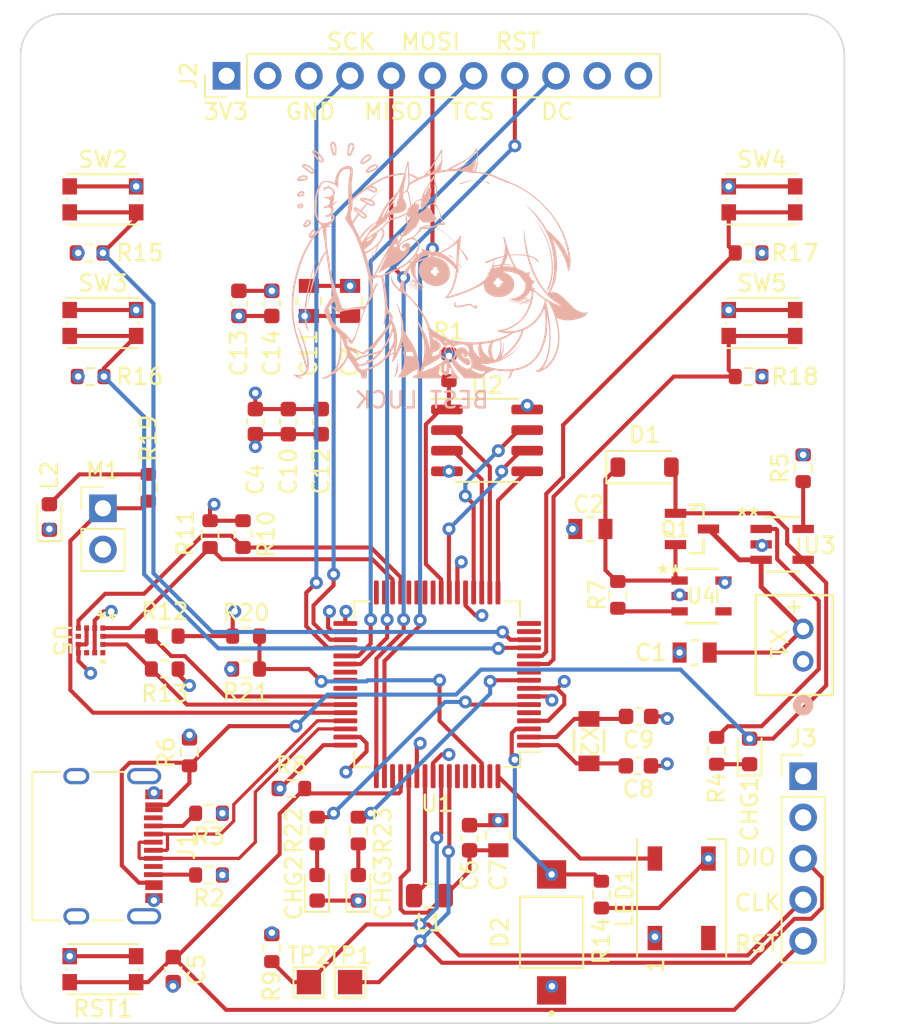
<source format=kicad_pcb>
(kicad_pcb (version 20221018) (generator pcbnew)
  (layers (0 "F.Cu" signal) (1 "In1.Cu" power) (2 "In2.Cu" power) (31 "B.Cu" signal) (34 "B.Paste" user) (35 "F.Paste" user) (36 "B.SilkS" user "B.Silkscreen") (37 "F.SilkS" user "F.Silkscreen") (38 "B.Mask" user) (39 "F.Mask" user) (44 "Edge.Cuts" user))
  (net 0 "")
  (net 1 "VBAT")
  (net 2 "GND")
  (net 3 "Net-(D1-C)")
  (net 4 "+3V3")
  (net 5 "/SAMD_51/~{RESET}")
  (net 6 "Net-(U1-VDDCORE)")
  (net 7 "Net-(U1-PA00)")
  (net 8 "Net-(U1-PA01)")
  (net 9 "VBUS")
  (net 10 "Net-(CHG1-C)")
  (net 11 "/Module/LED1")
  (net 12 "/Module/LED2")
  (net 13 "/Module/Pht")
  (net 14 "Net-(J1-CC1)")
  (net 15 "/SAMD_51/D+")
  (net 16 "/SAMD_51/D-")
  (net 18 "Net-(J1-CC2)")
  (net 21 "/Module/SCK")
  (net 22 "/Module/MISO")
  (net 23 "/Module/MOSI")
  (net 24 "/Module/TCS")
  (net 25 "/Module/RST")
  (net 26 "/Module/DC")
  (net 29 "/SAMD_51/SWDIO")
  (net 30 "/SAMD_51/SWCLK")
  (net 31 "Net-(U1-VSW)")
  (net 32 "Net-(L2-A)")
  (net 34 "/SAMD_51/D8_NEOPIX")
  (net 35 "/Module/Vib")
  (net 36 "/SAMD_51/FLASH_CS")
  (net 37 "Net-(U3-STAT)")
  (net 38 "Net-(U3-PROG)")
  (net 39 "/SAMD_51/EN")
  (net 40 "/Module/SDA")
  (net 41 "/Module/SCL")
  (net 42 "/Module/INTN1")
  (net 43 "/Module/INTN2")
  (net 44 "/Module/S1")
  (net 45 "/Module/S2")
  (net 46 "/Module/S3")
  (net 47 "/Module/S4")
  (net 48 "/SAMD_51/V_DIV")
  (net 53 "/SAMD_51/FLASH_D0")
  (net 54 "/SAMD_51/FLASH_D1")
  (net 55 "/SAMD_51/FLASH_D2")
  (net 56 "/SAMD_51/FLASH_D3")
  (net 57 "/SAMD_51/FLASH_SCK")
  (net 76 "Net-(CHG2-A)")
  (net 77 "Net-(CHG3-A)")
  (footprint "Resistor_SMD:R_0603_1608Metric" (layer "F.Cu") (at 173.228 155.753 90)
    (fp_text reference "R23")
    (fp_text value "10K")
  )
  (footprint "MC3479:SOT95P240X105-3N" (layer "F.Cu") (at 193.802 137.16)
    (fp_text reference "Q1")
    (fp_text value "DMG3415")
  )
  (footprint "Capacitor_SMD:C_0805_2012Metric" (layer "F.Cu") (at 177.612 159.766 180)
    (fp_text reference "L1")
    (fp_text value "10uH")
  )
  (footprint "Capacitor_SMD:C_0603_1608Metric" (layer "F.Cu") (at 168.91 130.543 90)
    (fp_text reference "C10")
    (fp_text value "1uF")
  )
  (footprint "MC3479:MC3479_MEM" (layer "F.Cu") (at 156.720101 144.029999 -90)
    (fp_text reference "U5")
    (fp_text value "MC3479")
  )
  (footprint "MC3479:G-21_MUR" (layer "F.Cu") (at 193.9671 144.78 180)
    (fp_text reference "C1")
    (fp_text value "10uF")
  )
  (footprint "Resistor_SMD:R_0603_1608Metric" (layer "F.Cu") (at 170.688 155.753 90)
    (fp_text reference "R22")
    (fp_text value "10K")
  )
  (footprint "LED_SMD:LED_0603_1608Metric" (layer "F.Cu") (at 197.358 150.876 90)
    (fp_text reference "CHG1")
    (fp_text value "ORANGE")
  )
  (footprint "Resistor_SMD:R_0603_1608Metric" (layer "F.Cu") (at 160.274 134.62 90)
    (fp_text reference "R19")
    (fp_text value "2.2K")
  )
  (footprint "Connector_PinHeader_2.54mm:PinHeader_1x02_P2.54mm_Vertical" (layer "F.Cu") (at 157.48 135.885)
    (fp_text reference "M1")
    (fp_text value "Motor_DC")
  )
  (footprint "Resistor_SMD:R_0603_1608Metric" (layer "F.Cu") (at 161.29 145.796 180)
    (fp_text reference "R13")
    (fp_text value "4.7K")
  )
  (footprint "Package_SO:SOIC-8_3.9x4.9mm_P1.27mm" (layer "F.Cu") (at 181.167 131.699)
    (fp_text reference "U2")
    (fp_text value "25Q16")
  )
  (footprint "Button_Switch_SMD:SW_Push_1P1T_NO_CK_KMR2" (layer "F.Cu") (at 198.12 116.84)
    (fp_text reference "SW4")
    (fp_text value "~")
  )
  (footprint "Capacitor_SMD:C_0603_1608Metric" (layer "F.Cu") (at 190.513 148.717 180)
    (fp_text reference "C9")
    (fp_text value "22pF")
  )
  (footprint "MC3479:G-21_MUR" (layer "F.Cu") (at 172.72 123.1011 90)
    (fp_text reference "C3")
    (fp_text value "10uF")
  )
  (footprint "Resistor_SMD:R_0603_1608Metric" (layer "F.Cu") (at 166.307 143.764)
    (fp_text reference "R20")
    (fp_text value "100K")
  )
  (footprint "Capacitor_SMD:C_0603_1608Metric" (layer "F.Cu") (at 161.816 164.325 -90)
    (fp_text reference "C5")
    (fp_text value "1uF")
  )
  (footprint "MC3479:SOT-23-5_MC_MCH" (layer "F.Cu") (at 199.3646 138.110001)
    (fp_text reference "U3")
    (fp_text value "MCP73831T-2ACI/OT")
  )
  (footprint "MC3479:XTAL_ECS-31B_ECS" (layer "F.Cu") (at 187.452 150.241 -90)
    (fp_text reference "X2")
    (fp_text value "32.768")
  )
  (footprint "Resistor_SMD:R_0603_1608Metric" (layer "F.Cu") (at 166.116 137.477 -90)
    (fp_text reference "R10")
    (fp_text value "4.7K")
  )
  (footprint "MC3479:G-21_MUR" (layer "F.Cu") (at 187.5409 137.16 180)
    (fp_text reference "C2")
    (fp_text value "10uF")
  )
  (footprint "LED_SMD:LED_WS2812B_PLCC4_5.0x5.0mm_P3.2mm" (layer "F.Cu") (at 193.166 159.93 90)
    (fp_text reference "LED1")
    (fp_text value "~")
  )
  (footprint "Connector_PinHeader_2.54mm:PinHeader_1x11_P2.54mm_Vertical" (layer "F.Cu") (at 165.1 109.22 90)
    (fp_text reference "J2")
    (fp_text value "Conn_01x11")
  )
  (footprint "MC3479:CONN2_B2B-PH-K-S_JST" (layer "F.Cu") (at 200.66 145.319999 -90)
    (fp_text reference "X1")
    (fp_text value "JSTPH")
  )
  (footprint "Resistor_SMD:R_0603_1608Metric" (layer "F.Cu") (at 156.718 127.762 180)
    (fp_text reference "R16")
    (fp_text value "10K")
  )
  (footprint "Resistor_SMD:R_0603_1608Metric" (layer "F.Cu") (at 164.084 137.477 -90)
    (fp_text reference "R11")
    (fp_text value "4.7K")
  )
  (footprint "Capacitor_SMD:C_0603_1608Metric" (layer "F.Cu") (at 166.878 130.543 90)
    (fp_text reference "C4")
    (fp_text value "1uF")
  )
  (footprint "Button_Switch_SMD:SW_Push_1P1T_NO_CK_KMR2" (layer "F.Cu") (at 157.48 164.3 180)
    (fp_text reference "RST1")
    (fp_text value "~")
  )
  (footprint "TestPoint:TestPoint_Pad_1.5x1.5mm" (layer "F.Cu") (at 172.72 165.1)
    (fp_text reference "TP1")
    (fp_text value "TESTPOINTROUND1.5MM" hide)
  )
  (footprint "Resistor_SMD:R_0603_1608Metric" (layer "F.Cu") (at 188.214 159.703 -90)
    (fp_text reference "R14")
    (fp_text value "4.7K")
  )
  (footprint "Resistor_SMD:R_0603_1608Metric" (layer "F.Cu") (at 161.29 143.764 180)
    (fp_text reference "R12")
    (fp_text value "4.7K")
  )
  (footprint "LED_SMD:LED_0603_1608Metric" (layer "F.Cu") (at 154.178 136.4235 90)
    (fp_text reference "L2")
    (fp_text value "RED")
  )
  (footprint "MC3479:SOT_RG1_DIO" (layer "F.Cu") (at 194.39255 141.289999)
    (fp_text reference "U4")
    (fp_text value "AP2112-3.3")
  )
  (footprint "Package_QFP:TQFP-64_10x10mm_P0.5mm" (layer "F.Cu") (at 178.09 146.7375 180)
    (fp_text reference "U1")
    (fp_text value "ATSAMD51J20A-A")
  )
  (footprint "Resistor_SMD:R_0603_1608Metric" (layer "F.Cu") (at 178.816 127.191 -90)
    (fp_text reference "R1")
    (fp_text value "10K")
  )
  (footprint "Resistor_SMD:R_0603_1608Metric" (layer "F.Cu") (at 197.295 127.762)
    (fp_text reference "R18")
    (fp_text value "10K")
  )
  (footprint "Connector_PinHeader_2.54mm:PinHeader_1x05_P2.54mm_Vertical" (layer "F.Cu") (at 200.66 152.4)
    (fp_text reference "J3")
    (fp_text value "Conn_01x05")
  )
  (footprint "Capacitor_SMD:C_0603_1608Metric" (layer "F.Cu") (at 170.942 130.543 90)
    (fp_text reference "C12")
    (fp_text value "1uF")
  )
  (footprint "Diode_SMD:D_SOD-123" (layer "F.Cu") (at 190.882 133.35)
    (fp_text reference "D1")
    (fp_text value "MBR054")
  )
  (footprint "TestPoint:TestPoint_Pad_1.5x1.5mm" (layer "F.Cu") (at 170.18 165.1)
    (fp_text reference "TP2")
    (fp_text value "TESTPOINTROUND1.5MM" hide)
  )
  (footprint "Resistor_SMD:R_0603_1608Metric" (layer "F.Cu") (at 197.295 120.142)
    (fp_text reference "R17")
    (fp_text value "10K")
  )
  (footprint "Button_Switch_SMD:SW_Push_1P1T_NO_CK_KMR2" (layer "F.Cu") (at 157.48 124.46)
    (fp_text reference "SW3")
    (fp_text value "~")
  )
  (footprint "Resistor_SMD:R_0603_1608Metric" (layer "F.Cu") (at 164.021 158.496 180)
    (fp_text reference "R2")
    (fp_text value "5.1K")
  )
  (footprint "Resistor_SMD:R_0603_1608Metric" (layer "F.Cu") (at 164.021 154.686 180)
    (fp_text reference "R3")
    (fp_text value "5.1K")
  )
  (footprint "Resistor_SMD:R_0603_1608Metric" (layer "F.Cu") (at 156.655 120.142 180)
    (fp_text reference "R15")
    (fp_text value "10K")
  )
  (footprint "MC3479:G-21_MUR" (layer "F.Cu") (at 170.18 123.1011 90)
    (fp_text reference "C11")
    (fp_text value "10uF")
  )
  (footprint "Resistor_SMD:R_0603_1608Metric" (layer "F.Cu") (at 169.101 153.162)
    (fp_text reference "R8")
    (fp_text value "10K")
  )
  (footprint "Button_Switch_SMD:SW_Push_1P1T_NO_CK_KMR2" (layer "F.Cu") (at 157.48 116.84)
    (fp_text reference "SW2")
    (fp_text value "~")
  )
  (footprint "Capacitor_SMD:C_0603_1608Metric" (layer "F.Cu") (at 165.862 123.2532 90)
    (fp_text reference "C13")
    (fp_text value "1uF")
  )
  (footprint "Resistor_SMD:R_0603_1608Metric" (layer "F.Cu") (at 162.814 150.939 90)
    (fp_text reference "R6")
    (fp_text value "100K")
  )
  (footprint "Resistor_SMD:R_0603_1608Metric" (layer "F.Cu") (at 189.23 141.224 -90)
    (fp_text reference "R7")
    (fp_text value "10K")
  )
  (footprint "MC3479:G-21_MUR" (layer "F.Cu") (at 181.864 156.0449 90)
    (fp_text reference "C7")
    (fp_text value "10uF")
  )
  (footprint "LED_SMD:LED_0603_1608Metric" (layer "F.Cu") (at 173.228 159.2835 90)
    (fp_text reference "CHG3")
    (fp_text value "ORANGE")
  )
  (footprint "Resistor_SMD:R_0603_1608Metric" (layer "F.Cu") (at 195.326 150.8385 90)
    (fp_text reference "R4")
    (fp_text value "1K")
  )
  (footprint "Connector_USB:USB_C_Receptacle_XKB_U262-16XN-4BVC11" (layer "F.Cu") (at 156.915 156.72 -90)
    (fp_text reference "J1")
    (fp_text value "USB_C_Receptacle_USB2.0")
  )
  (footprint "Resistor_SMD:R_0603_1608Metric" (layer "F.Cu") (at 200.66 133.413 90)
    (fp_text reference "R5")
    (fp_text value "5.1K")
  )
  (footprint "Resistor_SMD:R_0603_1608Metric" (layer "F.Cu") (at 167.894 163.005 -90)
    (fp_text reference "R9")
    (fp_text value "10K")
  )
  (footprint "MC3479:XDCR_QSB34CGR" (layer "F.Cu") (at 185.147 162.034 90)
    (fp_text reference "D2")
    (fp_text value "QSB34CGR")
  )
  (footprint "LED_SMD:LED_0603_1608Metric" (layer "F.Cu") (at 170.688 159.2835 90)
    (fp_text reference "CHG2")
    (fp_text value "RED")
  )
  (footprint "Capacitor_SMD:C_0603_1608Metric" (layer "F.Cu") (at 180.086 156.197 90)
    (fp_text reference "C6")
    (fp_text value "1uF")
  )
  (footprint "Capacitor_SMD:C_0603_1608Metric" (layer "F.Cu") (at 167.894 123.2532 90)
    (fp_text reference "C14")
    (fp_text value "0.1uF")
  )
  (footprint "Resistor_SMD:R_0603_1608Metric" (layer "F.Cu") (at 166.307 145.796 180)
    (fp_text reference "R21")
    (fp_text value "100K")
  )
  (footprint "Button_Switch_SMD:SW_Push_1P1T_NO_CK_KMR2" (layer "F.Cu") (at 198.12 124.46)
    (fp_text reference "SW5")
    (fp_text value "~")
  )
  (footprint "Capacitor_SMD:C_0603_1608Metric" (layer "F.Cu") (at 190.5 151.765 180)
    (fp_text reference "C8")
    (fp_text value "22pF")
  )
  (footprint "Nahida:nahida_yes" (layer "B.Cu") (at 178.054 119.38 180)
    (fp_text reference "G***" hide)
    (fp_text value "LOGO" hide)
  )
  (gr_arc (start 154.94 167.64) (mid 153.143949 166.896051) (end 152.4 165.1) (stroke (width 0.1)) (layer "Edge.Cuts"))
  (gr_arc (start 152.4 107.95) (mid 153.143949 106.153949) (end 154.94 105.41) (stroke (width 0.1)) (layer "Edge.Cuts"))
  (gr_arc (start 203.2 165.1) (mid 202.456051 166.896051) (end 200.66 167.64) (stroke (width 0.1)) (layer "Edge.Cuts"))
  (gr_line (start 154.94 167.64) (end 200.66 167.64) (stroke (width 0.1)) (layer "Edge.Cuts"))
  (gr_line (start 152.4 107.95) (end 152.4 165.1) (stroke (width 0.1)) (layer "Edge.Cuts"))
  (gr_arc (start 200.66 105.41) (mid 202.456051 106.153949) (end 203.2 107.95) (stroke (width 0.1)) (layer "Edge.Cuts"))
  (gr_line (start 203.2 165.1) (end 203.2 107.95) (stroke (width 0.1)) (layer "Edge.Cuts"))
  (gr_line (start 200.66 105.41) (end 154.94 105.41) (stroke (width 0.1)) (layer "Edge.Cuts"))
  (gr_text "BEST LUCK" (at 181.356 129.794) (layer "B.SilkS") (effects (font (size 1 1)) (justify left bottom mirror)))
  (gr_text "DIO" (at 196.342 157.988) (layer "F.SilkS") (effects (font (size 1 1)) (justify left bottom)))
  (gr_text "TCS" (at 178.816 112.014) (layer "F.SilkS") (effects (font (size 1 1)) (justify left bottom)))
  (gr_text "+" (at 199.39 142.494) (layer "F.SilkS") (effects (font (size 1 1)) (justify left bottom)))
  (gr_text "SCK" (at 171.196 107.696) (layer "F.SilkS") (effects (font (size 1 1)) (justify left bottom)))
  (gr_text "MISO" (at 173.482 112.014) (layer "F.SilkS") (effects (font (size 1 1)) (justify left bottom)))
  (gr_text "GND" (at 168.656 112.014) (layer "F.SilkS") (effects (font (size 1 1)) (justify left bottom)))
  (gr_text "3V3" (at 163.576 112.014) (layer "F.SilkS") (effects (font (size 1 1)) (justify left bottom)))
  (gr_text "CLK\n" (at 196.342 160.782) (layer "F.SilkS") (effects (font (size 1 1)) (justify left bottom)))
  (gr_text "RST" (at 181.61 107.696) (layer "F.SilkS") (effects (font (size 1 1)) (justify left bottom)))
  (gr_text "RST" (at 196.342 163.322) (layer "F.SilkS") (effects (font (size 1 1)) (justify left bottom)))
  (gr_text "DC" (at 184.404 112.014) (layer "F.SilkS") (effects (font (size 1 1)) (justify left bottom)))
  (gr_text "MOSI" (at 175.768 107.696) (layer "F.SilkS") (effects (font (size 1 1)) (justify left bottom)))
  (segment (start 198.0692 140.729198) (end 200.66 143.319998) (width 0.3048) (layer "F.Cu") (net 1))
  (segment (start 194.8942 144.78) (end 199.199998 144.78) (width 0.254) (layer "F.Cu") (net 1))
  (segment (start 194.818 137.16) (end 196.718002 139.060002) (width 0.3048) (layer "F.Cu") (net 1))
  (segment (start 198.0692 139.060002) (end 198.0692 140.729198) (width 0.3048) (layer "F.Cu") (net 1))
  (segment (start 196.718002 139.060002) (end 198.0692 139.060002) (width 0.3048) (layer "F.Cu") (net 1))
  (segment (start 199.199998 144.78) (end 200.66 143.319998) (width 0.254) (layer "F.Cu") (net 1))
  (segment (start 192.151 148.717) (end 192.278 148.844) (width 0.254) (layer "F.Cu") (net 2))
  (segment (start 155.960202 144.78) (end 155.9701 144.789898) (width 0.254) (layer "F.Cu") (net 2))
  (segment (start 161.816 165.1) (end 161.816 165.336) (width 0.254) (layer "F.Cu") (net 2))
  (segment (start 155.9701 144.789898) (end 155.9701 145.3021) (width 0.254) (layer "F.Cu") (net 2))
  (segment (start 176.84 150.574598) (end 177.042299 150.372299) (width 0.254) (layer "F.Cu") (net 2))
  (segment (start 156.431702 144.279999) (end 155.960202 144.279999) (width 0.254) (layer "F.Cu") (net 2))
  (segment (start 155.83 120.142) (end 155.956 120.142) (width 0.254) (layer "F.Cu") (net 2))
  (segment (start 191.768 160.528) (end 194.816 157.48) (width 0.254) (layer "F.Cu") (net 2))
  (segment (start 165.862 122.4782) (end 167.894 122.4782) (width 0.254) (layer "F.Cu") (net 2))
  (segment (start 188.214 160.528) (end 191.768 160.528) (width 0.254) (layer "F.Cu") (net 2))
  (segment (start 179.34 141.075) (end 179.34 139.43) (width 0.254) (layer "F.Cu") (net 2))
  (segment (start 165.482 145.796) (end 165.354 145.796) (width 0.254) (layer "F.Cu") (net 2))
  (segment (start 166.878 129.768) (end 166.878 128.778) (width 0.254) (layer "F.Cu") (net 2))
  (segment (start 155.960202 144.279999) (end 155.960202 144.78) (width 0.254) (layer "F.Cu") (net 2))
  (segment (start 192.151 151.765) (end 192.278 151.638) (width 0.254) (layer "F.Cu") (net 2))
  (segment (start 166.878 129.768) (end 170.942 129.768) (width 0.254) (layer "F.Cu") (net 2))
  (segment (start 172.4275 149.9875) (end 173.3555 149.9875) (width 0.254) (layer "F.Cu") (net 2))
  (segment (start 173.3555 149.9875) (end 173.736 150.368) (width 0.254) (layer "F.Cu") (net 2))
  (segment (start 191.288 148.717) (end 192.151 148.717) (width 0.254) (layer "F.Cu") (net 2))
  (segment (start 156.470101 143.2701) (end 156.470101 144.2416) (width 0.254) (layer "F.Cu") (net 2))
  (segment (start 154.178 137.211) (end 154.178 137.16) (width 0.254) (layer "F.Cu") (net 2))
  (segment (start 180.086 155.422) (end 181.5598 155.422) (width 0.25) (layer "F.Cu") (net 2))
  (segment (start 162.814 150.114) (end 162.814 149.86) (width 0.254) (layer "F.Cu") (net 2))
  (segment (start 191.275 151.765) (end 192.151 151.765) (width 0.254) (layer "F.Cu") (net 2))
  (segment (start 179.34 139.43) (end 179.578 139.192) (width 0.254) (layer "F.Cu") (net 2))
  (segment (start 155.43 163.5) (end 159.53 163.5) (width 0.254) (layer "F.Cu") (net 2))
  (segment (start 176.84 152.4) (end 176.84 150.574598) (width 0.254) (layer "F.Cu") (net 2))
  (segment (start 178.692 133.604) (end 178.816 133.604) (width 0.254) (layer "F.Cu") (net 2))
  (segment (start 193.04 141.289999) (end 193.04 141.224) (width 0.254) (layer "F.Cu") (net 2))
  (segment (start 173.736 150.368) (end 173.736 150.876) (width 0.254) (layer "F.Cu") (net 2))
  (segment (start 198.0692 138.110001) (end 198.0692 138.1252) (width 0.254) (layer "F.Cu") (net 2))
  (segment (start 170.688 160.071) (end 170.688 160.274) (width 0.254) (layer "F.Cu") (net 2))
  (segment (start 156.470101 144.2416) (end 156.431702 144.279999) (width 0.254) (layer "F.Cu") (net 2))
  (segment (start 160.625 159.77) (end 160.625 160.07) (width 0.254) (layer "F.Cu") (net 2))
  (segment (start 198.0692 138.1252) (end 198.12 138.176) (width 0.254) (layer "F.Cu") (net 2))
  (segment (start 184.9395 147.4875) (end 185.166 147.714) (width 0.254) (layer "F.Cu") (net 2))
  (segment (start 170.688 160.071) (end 173.228 160.071) (width 0.254) (layer "F.Cu") (net 2))
  (segment (start 181.5598 155.422) (end 181.864 155.1178) (width 0.25) (layer "F.Cu") (net 2))
  (segment (start 186.6138 137.16) (end 186.436 137.16) (width 0.254) (layer "F.Cu") (net 2))
  (segment (start 161.816 165.336) (end 161.798 165.354) (width 0.254) (layer "F.Cu") (net 2))
  (segment (start 170.18 122.174) (end 172.72 122.174) (width 0.254) (layer "F.Cu") (net 2))
  (segment (start 173.736 150.876) (end 172.466 152.146) (width 0.254) (layer "F.Cu") (net 2))
  (segment (start 172.4275 142.2785) (end 172.466 142.24) (width 0.254) (layer "F.Cu") (net 2))
  (segment (start 155.893 127.762) (end 155.956 127.762) (width 0.254) (layer "F.Cu") (net 2))
  (segment (start 155.9701 145.3021) (end 156.718 146.05) (width 0.254) (layer "F.Cu") (net 2))
  (segment (start 183.7525 147.4875) (end 184.9395 147.4875) (width 0.254) (layer "F.Cu") (net 2))
  (segment (start 172.4275 142.9875) (end 172.4275 142.2785) (width 0.254) (layer "F.Cu") (net 2))
  (segment (start 155.43 161.45) (end 155.84 161.04) (width 0.254) (layer "F.Cu") (net 2))
  (segment (start 160.625 153.37) (end 160.625 153.420498) (width 0.254) (layer "F.Cu") (net 2))
  (via (at 155.43 163.5) (size 0.8) (drill 0.4) (layers "F.Cu" "B.Cu") (net 2))
  (via (at 161.798 165.354) (size 0.8) (drill 0.4) (layers "F.Cu" "B.Cu") (net 2))
  (via (at 178.816 133.604) (size 0.8) (drill 0.4) (layers "F.Cu" "B.Cu") (net 2))
  (via (at 192.278 151.638) (size 0.8) (drill 0.4) (layers "F.Cu" "B.Cu") (net 2))
  (via (at 198.12 127.762) (size 0.8) (drill 0.4) (layers "F.Cu" "B.Cu") (net 2))
  (via (at 172.72 122.174) (size 0.8) (drill 0.4) (layers "F.Cu" "B.Cu") (net 2))
  (via (at 172.466 142.24) (size 0.8) (drill 0.4) (layers "F.Cu" "B.Cu") (net 2))
  (via (at 192.278 148.844) (size 0.8) (drill 0.4) (layers "F.Cu" "B.Cu") (net 2))
  (via (at 154.178 137.16) (size 0.8) (drill 0.4) (layers "F.Cu" "B.Cu") (net 2))
  (via (at 193.04 141.224) (size 0.8) (drill 0.4) (layers "F.Cu" "B.Cu") (net 2))
  (via (at 156.718 146.05) (size 0.8) (drill 0.4) (layers "F.Cu" "B.Cu") (net 2))
  (via (at 181.864 155.1178) (size 0.8) (drill 0.4) (layers "F.Cu" "B.Cu") (net 2))
  (via (at 177.042299 150.372299) (size 0.8) (drill 0.4) (layers "F.Cu" "B.Cu") (net 2))
  (via (at 160.625 153.420498) (size 0.8) (drill 0.4) (layers "F.Cu" "B.Cu") (net 2))
  (via (at 198.12 120.142) (size 0.8) (drill 0.4) (layers "F.Cu" "B.Cu") (net 2))
  (via (at 185.166 147.714) (size 0.8) (drill 0.4) (layers "F.Cu" "B.Cu") (net 2))
  (via (at 164.846 158.496) (size 0.8) (drill 0.4) (layers "F.Cu" "B.Cu") (net 2))
  (via (at 166.878 128.778) (size 0.8) (drill 0.4) (layers "F.Cu" "B.Cu") (net 2))
  (via (at 155.956 120.142) (size 0.8) (drill 0.4) (layers "F.Cu" "B.Cu") (net 2))
  (via (at 160.625 160.07) (size 0.8) (drill 0.4) (layers "F.Cu" "B.Cu") (net 2))
  (via (at 162.814 149.86) (size 0.8) (drill 0.4) (layers "F.Cu" "B.Cu") (net 2))
  (via (at 165.354 145.796) (size 0.8) (drill 0.4) (layers "F.Cu" "B.Cu") (net 2))
  (via (at 164.846 154.686) (size 0.8) (drill 0.4) (layers "F.Cu" "B.Cu") (net 2))
  (via (at 155.956 127.762) (size 0.8) (drill 0.4) (layers "F.Cu" "B.Cu") (net 2))
  (via (at 198.12 138.176) (size 0.8) (drill 0.4) (layers "F.Cu" "B.Cu") (net 2))
  (via (at 173.228 160.071) (size 0.8) (drill 0.4) (layers "F.Cu" "B.Cu") (net 2))
  (via (at 186.436 137.16) (size 0.8) (drill 0.4) (layers "F.Cu" "B.Cu") (net 2))
  (via (at 179.578 139.192) (size 0.8) (drill 0.4) (layers "F.Cu" "B.Cu") (net 2))
  (via (at 194.816 157.48) (size 0.8) (drill 0.4) (layers "F.Cu" "B.Cu") (net 2))
  (via (at 193.04 144.78) (size 0.8) (drill 0.4) (layers "F.Cu" "B.Cu") (net 2))
  (via (at 172.466 152.146) (size 0.8) (drill 0.4) (layers "F.Cu" "B.Cu") (net 2))
  (via (at 167.894 122.4782) (size 0.8) (drill 0.4) (layers "F.Cu" "B.Cu") (net 2))
  (via (at 200.66 132.588) (size 0.8) (drill 0.4) (layers "F.Cu" "B.Cu") (net 2))
  (segment (start 188.468 134.114) (end 188.468 137.16) (width 0.25) (layer "F.Cu") (net 3))
  (segment (start 188.468 137.16) (end 188.468 139.7) (width 0.25) (layer "F.Cu") (net 3))
  (segment (start 188.468 139.7) (end 189.23 140.462) (width 0.25) (layer "F.Cu") (net 3))
  (segment (start 192.786 138.1252) (end 192.786 140.085998) (width 0.25) (layer "F.Cu") (net 3))
  (segment (start 189.352002 140.339998) (end 193.04 140.339998) (width 0.25) (layer "F.Cu") (net 3))
  (segment (start 189.232 133.35) (end 188.468 134.114) (width 0.25) (layer "F.Cu") (net 3))
  (segment (start 192.786 140.085998) (end 193.04 140.339998) (width 0.25) (layer "F.Cu") (net 3))
  (segment (start 189.23 140.462) (end 189.352002 140.339998) (width 0.25) (layer "F.Cu") (net 3))
  (segment (start 171.0765 150.4875) (end 168.402 153.162) (width 0.254) (layer "F.Cu") (net 4))
  (segment (start 179.84 141.881014) (end 180.452986 142.494) (width 0.254) (layer "F.Cu") (net 4))
  (segment (start 178.816 126.366) (end 178.816 126.492) (width 0.254) (layer "F.Cu") (net 4))
  (segment (start 177.84 152.4) (end 177.84 151.593986) (width 0.254) (layer "F.Cu") (net 4))
  (segment (start 156.970101 143.2701) (end 156.970101 144.789898) (width 0.254) (layer "F.Cu") (net 4))
  (segment (start 172.4275 150.4875) (end 171.0765 150.4875) (width 0.254) (layer "F.Cu") (net 4))
  (segment (start 185.498 146.9875) (end 185.928 146.5575) (width 0.254) (layer "F.Cu") (net 4))
  (segment (start 156.970101 143.2701) (end 156.970101 142.798601) (width 0.254) (layer "F.Cu") (net 4))
  (segment (start 156.970101 142.798601) (end 157.528702 142.24) (width 0.254) (layer "F.Cu") (net 4))
  (segment (start 179.84 141.075) (end 179.84 141.881014) (width 0.254) (layer "F.Cu") (net 4))
  (segment (start 155.43 123.66) (end 159.53 123.66) (width 0.254) (layer "F.Cu") (net 4))
  (segment (start 183.7525 148.9875) (end 184.920634 148.9875) (width 0.254) (layer "F.Cu") (net 4))
  (segment (start 196.07 123.66) (end 200.17 123.66) (width 0.254) (layer "F.Cu") (net 4))
  (segment (start 171.363 142.327) (end 171.45 142.24) (width 0.254) (layer "F.Cu") (net 4))
  (segment (start 170.18 124.0282) (end 172.72 124.0282) (width 0.254) (layer "F.Cu") (net 4))
  (segment (start 166.878 131.318) (end 170.942 131.318) (width 0.254) (layer "F.Cu") (net 4))
  (segment (start 195.7451 140.339998) (end 195.7451 140.3731) (width 0.254) (layer "F.Cu") (net 4))
  (segment (start 155.43 116.04) (end 159.53 116.04) (width 0.254) (layer "F.Cu") (net 4))
  (segment (start 165.482 143.764) (end 162.115 143.764) (width 0.254) (layer "F.Cu") (net 4))
  (segment (start 164.084 136.652) (end 164.084 135.89) (width 0.254) (layer "F.Cu") (net 4))
  (segment (start 170.18 124.0282) (end 169.916 124.0282) (width 0.254) (layer "F.Cu") (net 4))
  (segment (start 185.147 165.373) (end 185.166 165.354) (width 0.254) (layer "F.Cu") (net 4))
  (segment (start 177.84 151.593986) (end 178.370986 151.063) (width 0.254) (layer "F.Cu") (net 4))
  (segment (start 165.862 124.0282) (end 167.894 124.0282) (width 0.254) (layer "F.Cu") (net 4))
  (segment (start 164.084 135.89) (end 164.338 135.636) (width 0.254) (layer "F.Cu") (net 4))
  (segment (start 200.17 116.04) (end 196.07 116.04) (width 0.254) (layer "F.Cu") (net 4))
  (segment (start 185.928 147.447866) (end 185.467634 146.9875) (width 0.254) (layer "F.Cu") (net 4))
  (segment (start 171.621486 143.4875) (end 171.363 143.229014) (width 0.254) (layer "F.Cu") (net 4))
  (segment (start 195.7451 140.3731) (end 195.834 140.462) (width 0.254) (layer "F.Cu") (net 4))
  (segment (start 165.482 143.764) (end 165.482 142.366) (width 0.254) (layer "F.Cu") (net 4))
  (segment (start 185.928 147.980134) (end 185.928 147.447866) (width 0.254) (layer "F.Cu") (net 4))
  (segment (start 172.4275 143.4875) (end 171.621486 143.4875) (width 0.254) (layer "F.Cu") (net 4))
  (segment (start 167.894 162.18) (end 167.894 162.052) (width 0.254) (layer "F.Cu") (net 4))
  (segment (start 180.452986 142.494) (end 180.848 142.494) (width 0.254) (layer "F.Cu") (net 4))
  (segment (start 183.642 129.794) (end 183.642 129.54) (width 0.254) (layer "F.Cu") (net 4))
  (segment (start 185.147 165.609) (end 185.147 165.373) (width 0.254) (layer "F.Cu") (net 4))
  (segment (start 162.115 146.113) (end 162.814 146.812) (width 0.254) (layer "F.Cu") (net 4))
  (segment (start 183.7525 146.9875) (end 185.498 146.9875) (width 0.254) (layer "F.Cu") (net 4))
  (segment (start 157.528702 142.24) (end 157.988 142.24) (width 0.254) (layer "F.Cu") (net 4))
  (segment (start 184.920634 148.9875) (end 185.928 147.980134) (width 0.254) (layer "F.Cu") (net 4))
  (segment (start 166.878 131.318) (end 166.878 132.08) (width 0.254) (layer "F.Cu") (net 4))
  (segment (start 168.276 153.162) (end 168.402 153.162) (width 0.254) (layer "F.Cu") (net 4))
  (segment (start 178.370986 151.063) (end 178.816 151.063) (width 0.254) (layer "F.Cu") (net 4))
  (segment (start 162.115 145.796) (end 162.115 146.113) (width 0.254) (layer "F.Cu") (net 4))
  (segment (start 164.084 136.652) (end 166.116 136.652) (width 0.254) (layer "F.Cu") (net 4))
  (segment (start 171.363 143.229014) (end 171.363 142.327) (width 0.254) (layer "F.Cu") (net 4))
  (segment (start 191.516 162.38) (end 191.516 162.306) (width 0.254) (layer "F.Cu") (net 4))
  (segment (start 165.482 142.366) (end 165.608 142.24) (width 0.254) (layer "F.Cu") (net 4))
  (via (at 168.402 153.162) (size 0.8) (drill 0.4) (layers "F.Cu" "B.Cu") (net 4))
  (via (at 178.816 151.063) (size 0.8) (drill 0.4) (layers "F.Cu" "B.Cu") (net 4))
  (via (at 164.338 135.636) (size 0.8) (drill 0.4) (layers "F.Cu" "B.Cu") (net 4))
  (via (at 185.166 165.354) (size 0.8) (drill 0.4) (layers "F.Cu" "B.Cu") (net 4))
  (via (at 195.834 140.462) (size 0.8) (drill 0.4) (layers "F.Cu" "B.Cu") (net 4))
  (via (at 167.894 162.052) (size 0.8) (drill 0.4) (layers "F.Cu" "B.Cu") (net 4))
  (via (at 162.814 146.812) (size 0.8) (drill 0.4) (layers "F.Cu" "B.Cu") (net 4))
  (via (at 196.07 123.66) (size 0.8) (drill 0.4) (layers "F.Cu" "B.Cu") (net 4))
  (via (at 178.816 126.492) (size 0.8) (drill 0.4) (layers "F.Cu" "B.Cu") (net 4))
  (via (at 159.53 123.66) (size 0.8) (drill 0.4) (layers "F.Cu" "B.Cu") (net 4))
  (via (at 185.928 146.5575) (size 0.8) (drill 0.4) (layers "F.Cu" "B.Cu") (net 4))
  (via (at 165.862 124.0282) (size 0.8) (drill 0.4) (layers "F.Cu" "B.Cu") (net 4))
  (via (at 159.53 116.04) (size 0.8) (drill 0.4) (layers "F.Cu" "B.Cu") (net 4))
  (via (at 165.608 142.24) (size 0.8) (drill 0.4) (layers "F.Cu" "B.Cu") (net 4))
  (via (at 191.516 162.306) (size 0.8) (drill 0.4) (layers "F.Cu" "B.Cu") (net 4))
  (via (at 169.916 124.0282) (size 0.8) (drill 0.4) (layers "F.Cu" "B.Cu") (net 4))
  (via (at 183.642 129.54) (size 0.8) (drill 0.4) (layers "F.Cu" "B.Cu") (net 4))
  (via (at 171.45 142.24) (size 0.8) (drill 0.4) (layers "F.Cu" "B.Cu") (net 4))
  (via (at 180.848 142.494) (size 0.8) (drill 0.4) (layers "F.Cu" "B.Cu") (net 4))
  (via (at 157.988 142.24) (size 0.8) (drill 0.4) (layers "F.Cu" "B.Cu") (net 4))
  (via (at 166.878 132.08) (size 0.8) (drill 0.4) (layers "F.Cu" "B.Cu") (net 4))
  (via (at 196.07 116.04) (size 0.8) (drill 0.4) (layers "F.Cu" "B.Cu") (net 4))
  (segment (start 196.411 166.809) (end 165.075 166.809) (width 0.25) (layer "F.Cu") (net 5))
  (segment (start 160.266 165.1) (end 159.53 165.1) (width 0.25) (layer "F.Cu") (net 5))
  (segment (start 168.375731 157.199731) (end 168.375731 154.712269) (width 0.25) (layer "F.Cu") (net 5))
  (segment (start 161.816 163.55) (end 162.025462 163.55) (width 0.25) (layer "F.Cu") (net 5))
  (segment (start 155.43 165.1) (end 159.53 165.1) (width 0.254) (layer "F.Cu") (net 5))
  (segment (start 175.84 153.344) (end 175.84 152.4) (width 0.25) (layer "F.Cu") (net 5))
  (segment (start 162.025462 163.55) (end 168.375731 157.199731) (width 0.25) (layer "F.Cu") (net 5))
  (segment (start 165.075 166.809) (end 161.816 163.55) (width 0.25) (layer "F.Cu") (net 5))
  (segment (start 161.816 163.55) (end 160.266 165.1) (width 0.25) (layer "F.Cu") (net 5))
  (segment (start 168.375731 154.712269) (end 169.926 153.162) (width 0.25) (layer "F.Cu") (net 5))
  (segment (start 170.2265 153.4625) (end 175.7215 153.4625) (width 0.25) (layer "F.Cu") (net 5))
  (segment (start 169.926 153.162) (end 170.2265 153.4625) (width 0.25) (layer "F.Cu") (net 5))
  (segment (start 200.66 162.56) (end 196.411 166.809) (width 0.25) (layer "F.Cu") (net 5))
  (segment (start 175.7215 153.4625) (end 175.84 153.344) (width 0.25) (layer "F.Cu") (net 5))
  (segment (start 175.837 160.597) (end 176.056 160.816) (width 0.25) (layer "F.Cu") (net 6))
  (segment (start 177.512 160.816) (end 178.562 159.766) (width 0.25) (layer "F.Cu") (net 6))
  (segment (start 180.086 158.242) (end 180.086 156.972) (width 0.25) (layer "F.Cu") (net 6))
  (segment (start 176.34 152.4) (end 176.34 158.178) (width 0.25) (layer "F.Cu") (net 6))
  (segment (start 176.34 158.178) (end 175.837 158.681) (width 0.25) (layer "F.Cu") (net 6))
  (segment (start 175.837 158.681) (end 175.837 160.597) (width 0.25) (layer "F.Cu") (net 6))
  (segment (start 178.562 159.766) (end 180.086 158.242) (width 0.25) (layer "F.Cu") (net 6))
  (segment (start 176.056 160.816) (end 177.512 160.816) (width 0.25) (layer "F.Cu") (net 6))
  (segment (start 180.086 156.972) (end 181.864 156.972) (width 0.25) (layer "F.Cu") (net 6))
  (segment (start 187.452 151.6126) (end 189.5726 151.6126) (width 0.25) (layer "F.Cu") (net 7))
  (segment (start 183.7525 150.4875) (end 185.5395 150.4875) (width 0.25) (layer "F.Cu") (net 7))
  (segment (start 186.6646 151.6126) (end 187.452 151.6126) (width 0.25) (layer "F.Cu") (net 7))
  (segment (start 185.5395 150.4875) (end 186.6646 151.6126) (width 0.25) (layer "F.Cu") (net 7))
  (segment (start 189.5726 151.6126) (end 189.725 151.765) (width 0.25) (layer "F.Cu") (net 7))
  (segment (start 186.5543 148.8694) (end 187.452 148.8694) (width 0.25) (layer "F.Cu") (net 8))
  (segment (start 185.4362 149.9875) (end 186.5543 148.8694) (width 0.25) (layer "F.Cu") (net 8))
  (segment (start 189.5856 148.8694) (end 189.738 148.717) (width 0.25) (layer "F.Cu") (net 8))
  (segment (start 183.7525 149.9875) (end 185.4362 149.9875) (width 0.25) (layer "F.Cu") (net 8))
  (segment (start 187.452 148.8694) (end 189.5856 148.8694) (width 0.25) (layer "F.Cu") (net 8))
  (segment (start 199.6726 138.072602) (end 200.66 139.060002) (width 0.254) (layer "F.Cu") (net 9))
  (segment (start 192.786 136.1948) (end 198.6788 136.1948) (width 0.254) (layer "F.Cu") (net 9))
  (segment (start 202.076 146.812) (end 202.076 140.476002) (width 0.254) (layer "F.Cu") (net 9))
  (segment (start 192.786 133.604) (end 192.786 136.1948) (width 0.254) (layer "F.Cu") (net 9))
  (segment (start 162.814 151.764) (end 162.814 152.82) (width 0.254) (layer "F.Cu") (net 9))
  (segment (start 162.814 151.764) (end 165.260518 149.317482) (width 0.254) (layer "F.Cu") (net 9))
  (segment (start 160.625 158.97) (end 159.706 158.97) (width 0.254) (layer "F.Cu") (net 9))
  (segment (start 198.7995 150.0885) (end 202.076 146.812) (width 0.254) (layer "F.Cu") (net 9))
  (segment (start 162.623 151.573) (end 162.814 151.764) (width 0.254) (layer "F.Cu") (net 9))
  (segment (start 198.6788 136.1948) (end 199.6726 137.1886) (width 0.254) (layer "F.Cu") (net 9))
  (segment (start 202.076 140.476002) (end 200.66 139.060002) (width 0.254) (layer "F.Cu") (net 9))
  (segment (start 192.532 133.35) (end 192.786 133.604) (width 0.254) (layer "F.Cu") (net 9))
  (segment (start 158.643 152.057445) (end 159.127445 151.573) (width 0.254) (layer "F.Cu") (net 9))
  (segment (start 158.643 157.907) (end 158.643 152.057445) (width 0.254) (layer "F.Cu") (net 9))
  (segment (start 165.260518 149.317482) (end 169.383482 149.317482) (width 0.254) (layer "F.Cu") (net 9))
  (segment (start 159.127445 151.573) (end 162.623 151.573) (width 0.254) (layer "F.Cu") (net 9))
  (segment (start 159.706 158.97) (end 158.643 157.907) (width 0.254) (layer "F.Cu") (net 9))
  (segment (start 162.814 152.82) (end 161.464 154.17) (width 0.254) (layer "F.Cu") (net 9))
  (segment (start 199.6726 137.1886) (end 199.6726 138.072602) (width 0.254) (layer "F.Cu") (net 9))
  (segment (start 161.464 154.17) (end 160.625 154.17) (width 0.254) (layer "F.Cu") (net 9))
  (segment (start 197.358 150.0885) (end 198.7995 150.0885) (width 0.254) (layer "F.Cu") (net 9))
  (via (at 169.383482 149.317482) (size 0.8) (drill 0.4) (layers "F.Cu" "B.Cu") (net 9))
  (via (at 197.358 150.0885) (size 0.8) (drill 0.4) (layers "F.Cu" "B.Cu") (net 9))
  (segment (start 193.1 145.8305) (end 197.358 150.0885) (width 0.254) (layer "B.Cu") (net 9))
  (segment (start 171.329263 147.371701) (end 179.251567 147.371701) (width 0.254) (layer "B.Cu") (net 9))
  (segment (start 179.251567 147.371701) (end 180.792768 145.8305) (width 0.254) (layer "B.Cu") (net 9))
  (segment (start 169.383482 149.317482) (end 171.329263 147.371701) (width 0.254) (layer "B.Cu") (net 9))
  (segment (start 180.792768 145.8305) (end 193.1 145.8305) (width 0.254) (layer "B.Cu") (net 9))
  (segment (start 195.326 151.6635) (end 197.358 151.6635) (width 0.254) (layer "F.Cu") (net 10))
  (segment (start 179.9915 147.9875) (end 183.7525 147.9875) (width 0.25) (layer "F.Cu") (net 11))
  (segment (start 170.688 154.928) (end 171.462 154.928) (width 0.25) (layer "F.Cu") (net 11))
  (segment (start 171.462 154.928) (end 171.704 154.686) (width 0.25) (layer "F.Cu") (net 11))
  (segment (start 179.827701 147.823701) (end 179.9915 147.9875) (width 0.25) (layer "F.Cu") (net 11))
  (via (at 179.827701 147.823701) (size 0.8) (drill 0.4) (layers "F.Cu" "B.Cu") (net 11))
  (via (at 171.704 154.686) (size 0.8) (drill 0.4) (layers "F.Cu" "B.Cu") (net 11))
  (segment (start 178.181 148.209) (end 178.566299 147.823701) (width 0.25) (layer "B.Cu") (net 11))
  (segment (start 171.704 154.686) (end 178.181 148.209) (width 0.25) (layer "B.Cu") (net 11))
  (segment (start 178.566299 147.823701) (end 179.827701 147.823701) (width 0.25) (layer "B.Cu") (net 11))
  (segment (start 173.748 154.928) (end 173.99 154.686) (width 0.25) (layer "F.Cu") (net 12))
  (segment (start 181.4265 146.4875) (end 183.7525 146.4875) (width 0.25) (layer "F.Cu") (net 12))
  (segment (start 181.356 146.558) (end 181.4265 146.4875) (width 0.25) (layer "F.Cu") (net 12))
  (segment (start 173.228 154.928) (end 173.748 154.928) (width 0.25) (layer "F.Cu") (net 12))
  (via (at 181.356 146.558) (size 0.8) (drill 0.4) (layers "F.Cu" "B.Cu") (net 12))
  (via (at 173.99 154.686) (size 0.8) (drill 0.4) (layers "F.Cu" "B.Cu") (net 12))
  (segment (start 181.356 147.32) (end 181.356 146.558) (width 0.25) (layer "B.Cu") (net 12))
  (segment (start 173.99 154.686) (end 181.356 147.32) (width 0.25) (layer "B.Cu") (net 12))
  (segment (start 183.7525 149.4875) (end 182.946486 149.4875) (width 0.254) (layer "F.Cu") (net 13))
  (segment (start 182.946486 149.4875) (end 182.688 149.745986) (width 0.254) (layer "F.Cu") (net 13))
  (segment (start 185.147 158.459) (end 187.795 158.459) (width 0.254) (layer "F.Cu") (net 13))
  (segment (start 182.688 149.745986) (end 182.688 151.192) (width 0.254) (layer "F.Cu") (net 13))
  (segment (start 182.688 151.192) (end 182.88 151.384) (width 0.254) (layer "F.Cu") (net 13))
  (segment (start 187.795 158.459) (end 188.214 158.878) (width 0.254) (layer "F.Cu") (net 13))
  (via (at 185.147 158.459) (size 0.8) (drill 0.4) (layers "F.Cu" "B.Cu") (net 13))
  (via (at 182.88 151.384) (size 0.8) (drill 0.4) (layers "F.Cu" "B.Cu") (net 13))
  (segment (start 182.88 151.384) (end 182.88 156.192) (width 0.254) (layer "B.Cu") (net 13))
  (segment (start 182.88 156.192) (end 185.147 158.459) (width 0.254) (layer "B.Cu") (net 13))
  (segment (start 160.585 155.47) (end 162.412 155.47) (width 0.25) (layer "F.Cu") (net 14))
  (segment (start 162.412 155.47) (end 163.196 154.686) (width 0.25) (layer "F.Cu") (net 14))
  (segment (start 165.872 157.47) (end 160.585 157.47) (width 0.2) (layer "F.Cu") (net 15))
  (segment (start 159.76 157.47) (end 159.71 157.42) (width 0.2) (layer "F.Cu") (net 15))
  (segment (start 159.76 156.47) (end 160.585 156.47) (width 0.2) (layer "F.Cu") (net 15))
  (segment (start 172.4275 149.4875) (end 170.768393 149.4875) (width 0.2) (layer "F.Cu") (net 15))
  (segment (start 166.878 153.377893) (end 166.878 156.464) (width 0.2) (layer "F.Cu") (net 15))
  (segment (start 159.71 156.52) (end 159.76 156.47) (width 0.2) (layer "F.Cu") (net 15))
  (segment (start 170.768393 149.4875) (end 166.878 153.377893) (width 0.2) (layer "F.Cu") (net 15))
  (segment (start 160.585 157.47) (end 159.76 157.47) (width 0.2) (layer "F.Cu") (net 15))
  (segment (start 159.71 157.42) (end 159.71 156.52) (width 0.2) (layer "F.Cu") (net 15))
  (segment (start 166.878 156.464) (end 165.872 157.47) (width 0.2) (layer "F.Cu") (net 15))
  (segment (start 160.585 155.97) (end 161.41 155.97) (width 0.2) (layer "F.Cu") (net 16))
  (segment (start 170.702707 148.9875) (end 165.546 154.144207) (width 0.2) (layer "F.Cu") (net 16))
  (segment (start 161.41 156.97) (end 160.585 156.97) (width 0.2) (layer "F.Cu") (net 16))
  (segment (start 161.46 156.92) (end 161.41 156.97) (width 0.2) (layer "F.Cu") (net 16))
  (segment (start 161.46 156.02) (end 161.46 156.92) (width 0.2) (layer "F.Cu") (net 16))
  (segment (start 165.546 155.168107) (end 164.744107 155.97) (width 0.2) (layer "F.Cu") (net 16))
  (segment (start 165.546 154.144207) (end 165.546 155.168107) (width 0.2) (layer "F.Cu") (net 16))
  (segment (start 161.41 155.97) (end 161.46 156.02) (width 0.2) (layer "F.Cu") (net 16))
  (segment (start 164.744107 155.97) (end 160.585 155.97) (width 0.2) (layer "F.Cu") (net 16))
  (segment (start 172.4275 148.9875) (end 170.702707 148.9875) (width 0.2) (layer "F.Cu") (net 16))
  (segment (start 160.585 158.47) (end 163.17 158.47) (width 0.25) (layer "F.Cu") (net 18))
  (segment (start 163.17 158.47) (end 163.196 158.496) (width 0.25) (layer "F.Cu") (net 18))
  (segment (start 171.345866 144.4875) (end 170.014527 143.156161) (width 0.25) (layer "F.Cu") (net 21))
  (segment (start 172.4275 144.4875) (end 171.345866 144.4875) (width 0.25) (layer "F.Cu") (net 21))
  (segment (start 170.014527 143.156161) (end 170.014527 141.094446) (width 0.25) (layer "F.Cu") (net 21))
  (segment (start 170.014527 141.094446) (end 170.6405 140.468473) (width 0.25) (layer "F.Cu") (net 21))
  (via (at 170.6405 140.468473) (size 0.8) (drill 0.4) (layers "F.Cu" "B.Cu") (net 21))
  (segment (start 170.6405 111.2995) (end 172.72 109.22) (width 0.25) (layer "B.Cu") (net 21))
  (segment (start 170.6405 140.468473) (end 170.6405 111.2995) (width 0.25) (layer "B.Cu") (net 21))
  (segment (start 175.26 120.904) (end 175.26 109.22) (width 0.254) (layer "F.Cu") (net 22))
  (segment (start 174.34 145.159462) (end 176.022 143.477462) (width 0.254) (layer "F.Cu") (net 22))
  (segment (start 176.022 121.666) (end 175.26 120.904) (width 0.254) (layer "F.Cu") (net 22))
  (segment (start 174.34 152.4) (end 174.34 145.159462) (width 0.254) (layer "F.Cu") (net 22))
  (segment (start 176.022 143.477462) (end 176.022 142.748) (width 0.254) (layer "F.Cu") (net 22))
  (via (at 176.022 142.748) (size 0.8) (drill 0.4) (layers "F.Cu" "B.Cu") (net 22))
  (via (at 176.022 121.666) (size 0.8) (drill 0.4) (layers "F.Cu" "B.Cu") (net 22))
  (segment (start 175.988306 121.699694) (end 176.022 121.666) (width 0.254) (layer "B.Cu") (net 22))
  (segment (start 176.022 142.748) (end 176.022 121.666) (width 0.254) (layer "B.Cu") (net 22))
  (segment (start 177.038 143.103514) (end 177.038 142.7835) (width 0.254) (layer "F.Cu") (net 23))
  (segment (start 177.8 119.888) (end 177.8 109.22) (width 0.254) (layer "F.Cu") (net 23))
  (segment (start 174.84 145.301514) (end 177.038 143.103514) (width 0.254) (layer "F.Cu") (net 23))
  (segment (start 174.84 152.4) (end 174.84 145.301514) (width 0.254) (layer "F.Cu") (net 23))
  (via (at 177.8 119.888) (size 0.8) (drill 0.4) (layers "F.Cu" "B.Cu") (net 23))
  (via (at 177.038 142.7835) (size 0.8) (drill 0.4) (layers "F.Cu" "B.Cu") (net 23))
  (segment (start 177.038 142.7835) (end 177.038 120.65) (width 0.254) (layer "B.Cu") (net 23))
  (segment (start 177.038 120.65) (end 177.8 119.888) (width 0.254) (layer "B.Cu") (net 23))
  (segment (start 171.482262 143.9875) (end 170.464527 142.969765) (width 0.25) (layer "F.Cu") (net 24))
  (segment (start 171.704 140.632238) (end 171.704 139.954) (width 0.25) (layer "F.Cu") (net 24))
  (segment (start 170.464527 142.969765) (end 170.464527 141.871711) (width 0.25) (layer "F.Cu") (net 24))
  (segment (start 172.4275 143.9875) (end 171.482262 143.9875) (width 0.25) (layer "F.Cu") (net 24))
  (segment (start 170.464527 141.871711) (end 171.704 140.632238) (width 0.25) (layer "F.Cu") (net 24))
  (via (at 171.704 139.954) (size 0.8) (drill 0.4) (layers "F.Cu" "B.Cu") (net 24))
  (segment (start 171.704 139.954) (end 171.704 117.856) (width 0.25) (layer "B.Cu") (net 24))
  (segment (start 171.704 117.856) (end 180.34 109.22) (width 0.25) (layer "B.Cu") (net 24))
  (segment (start 173.228 145.4875) (end 173.367081 145.4875) (width 0.25) (layer "F.Cu") (net 25))
  (segment (start 173.372738 145.4875) (end 175.006 143.854238) (width 0.25) (layer "F.Cu") (net 25))
  (segment (start 172.4275 145.4875) (end 173.372738 145.4875) (width 0.25) (layer "F.Cu") (net 25))
  (segment (start 182.88 113.538) (end 182.88 109.22) (width 0.25) (layer "F.Cu") (net 25))
  (segment (start 172.4275 145.4875) (end 173.228 145.4875) (width 0.25) (layer "F.Cu") (net 25))
  (segment (start 175.006 143.854238) (end 175.006 142.748) (width 0.25) (layer "F.Cu") (net 25))
  (via (at 182.88 113.538) (size 0.8) (drill 0.4) (layers "F.Cu" "B.Cu") (net 25))
  (via (at 175.006 142.748) (size 0.8) (drill 0.4) (layers "F.Cu" "B.Cu") (net 25))
  (segment (start 175.006 142.748) (end 175.006 121.412) (width 0.25) (layer "B.Cu") (net 25))
  (segment (start 176.53 119.888) (end 182.88 113.538) (width 0.25) (layer "B.Cu") (net 25))
  (segment (start 175.006 121.412) (end 176.53 119.888) (width 0.25) (layer "B.Cu") (net 25))
  (segment (start 173.233514 144.9875) (end 173.99 144.231014) (width 0.254) (layer "F.Cu") (net 26))
  (segment (start 173.99 144.231014) (end 173.99 142.748) (width 0.254) (layer "F.Cu") (net 26))
  (segment (start 172.4275 144.9875) (end 173.233514 144.9875) (width 0.254) (layer "F.Cu") (net 26))
  (via (at 173.99 142.748) (size 0.8) (drill 0.4) (layers "F.Cu" "B.Cu") (net 26))
  (segment (start 173.99 120.65) (end 174.244 120.396) (width 0.254) (layer "B.Cu") (net 26))
  (segment (start 174.244 120.396) (end 185.42 109.22) (width 0.25) (layer "B.Cu") (net 26))
  (segment (start 173.99 142.748) (end 173.99 120.65) (width 0.254) (layer "B.Cu") (net 26))
  (segment (start 200.121396 161.195) (end 197.411396 163.905) (width 0.25) (layer "F.Cu") (net 29))
  (segment (start 178.383 163.905) (end 177.038 162.56) (width 0.25) (layer "F.Cu") (net 29))
  (segment (start 200.66 157.48) (end 201.835 158.655) (width 0.25) (layer "F.Cu") (net 29))
  (segment (start 178.84 153.924) (end 178.84 152.4) (width 0.25) (layer "F.Cu") (net 29))
  (segment (start 201.835 158.655) (end 201.835 160.506701) (width 0.25) (layer "F.Cu") (net 29))
  (segment (start 178.84 153.924) (end 178.84 156.995921) (width 0.25) (layer "F.Cu") (net 29))
  (segment (start 197.411396 163.905) (end 178.383 163.905) (width 0.25) (layer "F.Cu") (net 29))
  (segment (start 201.146701 161.195) (end 200.121396 161.195) (width 0.25) (layer "F.Cu") (net 29))
  (segment (start 172.72 165.1) (end 174.498 165.1) (width 0.25) (layer "F.Cu") (net 29))
  (segment (start 174.498 165.1) (end 177.038 162.56) (width 0.25) (layer "F.Cu") (net 29))
  (segment (start 201.835 160.506701) (end 201.146701 161.195) (width 0.25) (layer "F.Cu") (net 29))
  (segment (start 178.84 156.995921) (end 178.789 157.046921) (width 0.25) (layer "F.Cu") (net 29))
  (via (at 178.789 157.046921) (size 0.8) (drill 0.4) (layers "F.Cu" "B.Cu") (net 29))
  (via (at 177.038 162.56) (size 0.8) (drill 0.4) (layers "F.Cu" "B.Cu") (net 29))
  (segment (start 178.789 160.818305) (end 177.047305 162.56) (width 0.25) (layer "B.Cu") (net 29))
  (segment (start 177.047305 162.56) (end 177.038 162.56) (width 0.25) (layer "B.Cu") (net 29))
  (segment (start 178.789 157.046921) (end 178.789 160.818305) (width 0.25) (layer "B.Cu") (net 29))
  (segment (start 178.34 155.9345) (end 178.0645 156.21) (width 0.25) (layer "F.Cu") (net 30))
  (segment (start 173.736 161.544) (end 177.038 161.544) (width 0.25) (layer "F.Cu") (net 30))
  (segment (start 178.34 154.178) (end 178.34 152.4) (width 0.25) (layer "F.Cu") (net 30))
  (segment (start 177.546 161.544) (end 177.038 161.544) (width 0.25) (layer "F.Cu") (net 30))
  (segment (start 197.225 163.455) (end 179.457 163.455) (width 0.25) (layer "F.Cu") (net 30))
  (segment (start 170.18 165.1) (end 173.736 161.544) (width 0.25) (layer "F.Cu") (net 30))
  (segment (start 200.66 160.02) (end 197.225 163.455) (width 0.25) (layer "F.Cu") (net 30))
  (segment (start 169.164 165.1) (end 170.18 165.1) (width 0.25) (layer "F.Cu") (net 30))
  (segment (start 179.457 163.455) (end 177.546 161.544) (width 0.25) (layer "F.Cu") (net 30))
  (segment (start 167.894 163.83) (end 169.164 165.1) (width 0.25) (layer "F.Cu") (net 30))
  (segment (start 178.34 154.178) (end 178.34 155.9345) (width 0.25) (layer "F.Cu") (net 30))
  (via (at 177.038 161.544) (size 0.8) (drill 0.4) (layers "F.Cu" "B.Cu") (net 30))
  (via (at 178.0645 156.21) (size 0.8) (drill 0.4) (layers "F.Cu" "B.Cu") (net 30))
  (segment (start 178.0645 160.5175) (end 177.038 161.544) (width 0.25) (layer "B.Cu") (net 30))
  (segment (start 178.0645 156.21) (end 178.0645 160.5175) (width 0.25) (layer "B.Cu") (net 30))
  (segment (start 177.34 159.088) (end 177.34 152.4) (width 0.25) (layer "F.Cu") (net 31))
  (segment (start 176.662 159.766) (end 177.34 159.088) (width 0.25) (layer "F.Cu") (net 31))
  (segment (start 156.019 133.795) (end 160.274 133.795) (width 0.25) (layer "F.Cu") (net 32))
  (segment (start 154.178 135.636) (end 156.019 133.795) (width 0.25) (layer "F.Cu") (net 32))
  (segment (start 186.92 157.48) (end 191.516 157.48) (width 0.254) (layer "F.Cu") (net 34))
  (segment (start 181.84 152.4) (end 186.92 157.48) (width 0.254) (layer "F.Cu") (net 34))
  (segment (start 155.470102 137.894898) (end 155.470102 147.088102) (width 0.25) (layer "F.Cu") (net 35))
  (segment (start 157.48 135.885) (end 159.834 135.885) (width 0.25) (layer "F.Cu") (net 35))
  (segment (start 157.48 135.885) (end 155.470102 137.894898) (width 0.25) (layer "F.Cu") (net 35))
  (segment (start 156.8695 148.4875) (end 172.4275 148.4875) (width 0.25) (layer "F.Cu") (net 35))
  (segment (start 155.470102 147.088102) (end 156.8695 148.4875) (width 0.25) (layer "F.Cu") (net 35))
  (segment (start 159.834 135.885) (end 160.274 135.445) (width 0.25) (layer "F.Cu") (net 35))
  (segment (start 178.692 129.794) (end 178.315249 129.794) (width 0.25) (layer "F.Cu") (net 36))
  (segment (start 178.34 140.271815) (end 178.34 141.075) (width 0.25) (layer "F.Cu") (net 36))
  (segment (start 178.816 129.67) (end 178.692 129.794) (width 0.25) (layer "F.Cu") (net 36))
  (segment (start 178.315249 129.794) (end 177.392 130.717249) (width 0.25) (layer "F.Cu") (net 36))
  (segment (start 177.392 139.323815) (end 178.34 140.271815) (width 0.25) (layer "F.Cu") (net 36))
  (segment (start 178.816 128.016) (end 178.816 129.67) (width 0.25) (layer "F.Cu") (net 36))
  (segment (start 177.392 130.717249) (end 177.392 139.323815) (width 0.25) (layer "F.Cu") (net 36))
  (segment (start 199.0566 139.025002) (end 199.0566 137.233) (width 0.254) (layer "F.Cu") (net 37))
  (segment (start 195.326 150.0135) (end 196.0155 149.324) (width 0.254) (layer "F.Cu") (net 37))
  (segment (start 198.9836 137.16) (end 198.0692 137.16) (width 0.254) (layer "F.Cu") (net 37))
  (segment (start 198.094 149.324) (end 201.622 145.796) (width 0.254) (layer "F.Cu") (net 37))
  (segment (start 196.0155 149.324) (end 198.094 149.324) (width 0.254) (layer "F.Cu") (net 37))
  (segment (start 201.622 141.590402) (end 199.0566 139.025002) (width 0.254) (layer "F.Cu") (net 37))
  (segment (start 199.0566 137.233) (end 198.9836 137.16) (width 0.254) (layer "F.Cu") (net 37))
  (segment (start 201.622 145.034) (end 201.622 141.590402) (width 0.254) (layer "F.Cu") (net 37))
  (segment (start 201.622 145.796) (end 201.622 145.034) (width 0.254) (layer "F.Cu") (net 37))
  (segment (start 200.66 134.238) (end 200.66 137.16) (width 0.25) (layer "F.Cu") (net 38))
  (segment (start 189.358 142.24) (end 193.04 142.24) (width 0.25) (layer "F.Cu") (net 39))
  (segment (start 189.23 142.112) (end 189.358 142.24) (width 0.25) (layer "F.Cu") (net 39))
  (segment (start 163.591538 137.577) (end 165.391 137.577) (width 0.25) (layer "F.Cu") (net 40))
  (segment (start 155.9701 143.2701) (end 155.9701 142.802601) (width 0.25) (layer "F.Cu") (net 40))
  (segment (start 155.9701 142.802601) (end 157.617 141.155701) (width 0.25) (layer "F.Cu") (net 40))
  (segment (start 174.006581 138.302) (end 166.116 138.302) (width 0.25) (layer "F.Cu") (net 40))
  (segment (start 175.84 140.135419) (end 174.006581 138.302) (width 0.25) (layer "F.Cu") (net 40))
  (segment (start 160.012837 141.155701) (end 163.591538 137.577) (width 0.25) (layer "F.Cu") (net 40))
  (segment (start 165.391 137.577) (end 166.116 138.302) (width 0.25) (layer "F.Cu") (net 40))
  (segment (start 157.617 141.155701) (end 160.012837 141.155701) (width 0.25) (layer "F.Cu") (net 40))
  (segment (start 175.84 141.075) (end 175.84 140.135419) (width 0.25) (layer "F.Cu") (net 40))
  (segment (start 175.34 141.075) (end 175.34 140.271815) (width 0.25) (layer "F.Cu") (net 41))
  (segment (start 157.470102 143.2701) (end 159.1159 143.2701) (width 0.25) (layer "F.Cu") (net 41))
  (segment (start 159.1159 143.2701) (end 164.084 138.302) (width 0.25) (layer "F.Cu") (net 41))
  (segment (start 164.809 139.027) (end 164.084 138.302) (width 0.25) (layer "F.Cu") (net 41))
  (segment (start 174.095185 139.027) (end 164.809 139.027) (width 0.25) (layer "F.Cu") (net 41))
  (segment (start 175.34 140.271815) (end 174.095185 139.027) (width 0.25) (layer "F.Cu") (net 41))
  (segment (start 161.697269 144.996269) (end 162.532731 144.996269) (width 0.25) (layer "F.Cu") (net 42))
  (segment (start 160.465 143.764) (end 160.449001 143.779999) (width 0.25) (layer "F.Cu") (net 42))
  (segment (start 162.532731 144.996269) (end 165.023962 147.4875) (width 0.25) (layer "F.Cu") (net 42))
  (segment (start 160.465 143.764) (end 161.697269 144.996269) (width 0.25) (layer "F.Cu") (net 42))
  (segment (start 165.023962 147.4875) (end 172.4275 147.4875) (width 0.25) (layer "F.Cu") (net 42))
  (segment (start 160.449001 143.779999) (end 157.48 143.779999) (width 0.25) (layer "F.Cu") (net 42))
  (segment (start 162.6565 147.9875) (end 172.4275 147.9875) (width 0.25) (layer "F.Cu") (net 43))
  (segment (start 160.465 145.796) (end 162.6565 147.9875) (width 0.25) (layer "F.Cu") (net 43))
  (segment (start 158.948999 144.279999) (end 160.465 145.796) (width 0.25) (layer "F.Cu") (net 43))
  (segment (start 157.48 144.279999) (end 158.948999 144.279999) (width 0.25) (layer "F.Cu") (net 43))
  (segment (start 157.48 120.142) (end 159.53 118.092) (width 0.25) (layer "F.Cu") (net 44))
  (segment (start 182.5955 143.9875) (end 182.118 143.51) (width 0.254) (layer "F.Cu") (net 44))
  (segment (start 155.43 117.64) (end 159.53 117.64) (width 0.254) (layer "F.Cu") (net 44))
  (segment (start 159.53 118.092) (end 159.53 117.64) (width 0.25) (layer "F.Cu") (net 44))
  (segment (start 183.7525 143.9875) (end 182.5955 143.9875) (width 0.254) (layer "F.Cu") (net 44))
  (via (at 182.118 143.51) (size 0.8) (drill 0.4) (layers "F.Cu" "B.Cu") (net 44))
  (via (at 157.48 120.142) (size 0.8) (drill 0.4) (layers "F.Cu" "B.Cu") (net 44))
  (segment (start 160.595026 123.257026) (end 157.48 120.142) (width 0.254) (layer "B.Cu") (net 44))
  (segment (start 160.595026 139.886974) (end 160.595026 123.257026) (width 0.254) (layer "B.Cu") (net 44))
  (segment (start 164.218052 143.51) (end 160.595026 139.886974) (width 0.254) (layer "B.Cu") (net 44))
  (segment (start 182.118 143.51) (end 164.218052 143.51) (width 0.254) (layer "B.Cu") (net 44))
  (segment (start 181.9025 144.4875) (end 181.864 144.526) (width 0.254) (layer "F.Cu") (net 45))
  (segment (start 183.7525 144.4875) (end 181.9025 144.4875) (width 0.254) (layer "F.Cu") (net 45))
  (segment (start 155.43 125.26) (end 159.53 125.26) (width 0.254) (layer "F.Cu") (net 45))
  (segment (start 157.543 127.762) (end 157.543 127.247) (width 0.25) (layer "F.Cu") (net 45))
  (segment (start 157.543 127.247) (end 159.53 125.26) (width 0.25) (layer "F.Cu") (net 45))
  (via (at 181.864 144.526) (size 0.8) (drill 0.4) (layers "F.Cu" "B.Cu") (net 45))
  (via (at 157.543 127.762) (size 0.8) (drill 0.4) (layers "F.Cu" "B.Cu") (net 45))
  (segment (start 164.592 144.526) (end 160.02 139.954) (width 0.254) (layer "B.Cu") (net 45))
  (segment (start 160.02 130.239) (end 157.543 127.762) (width 0.254) (layer "B.Cu") (net 45))
  (segment (start 181.864 144.526) (end 164.592 144.526) (width 0.254) (layer "B.Cu") (net 45))
  (segment (start 160.02 139.954) (end 160.02 130.239) (width 0.254) (layer "B.Cu") (net 45))
  (segment (start 196.47 120.142) (end 185.857 130.755) (width 0.25) (layer "F.Cu") (net 46))
  (segment (start 185.857 130.755) (end 185.857 133.948787) (width 0.25) (layer "F.Cu") (net 46))
  (segment (start 184.555685 144.9875) (end 183.7525 144.9875) (width 0.25) (layer "F.Cu") (net 46))
  (segment (start 196.07 117.64) (end 200.17 117.64) (width 0.25) (layer "F.Cu") (net 46))
  (segment (start 184.815 144.728185) (end 184.555685 144.9875) (width 0.25) (layer "F.Cu") (net 46))
  (segment (start 185.857 133.948787) (end 184.815 134.990787) (width 0.25) (layer "F.Cu") (net 46))
  (segment (start 196.47 120.142) (end 196.07 119.742) (width 0.25) (layer "F.Cu") (net 46))
  (segment (start 184.815 134.990787) (end 184.815 144.728185) (width 0.25) (layer "F.Cu") (net 46))
  (segment (start 196.07 119.742) (end 196.07 117.64) (width 0.25) (layer "F.Cu") (net 46))
  (segment (start 192.680183 127.762) (end 185.265 135.177183) (width 0.25) (layer "F.Cu") (net 47))
  (segment (start 184.9665 145.4875) (end 183.7525 145.4875) (width 0.25) (layer "F.Cu") (net 47))
  (segment (start 196.07 127.362) (end 196.07 125.26) (width 0.25) (layer "F.Cu") (net 47))
  (segment (start 196.47 127.762) (end 196.07 127.362) (width 0.25) (layer "F.Cu") (net 47))
  (segment (start 185.265 145.189) (end 184.9665 145.4875) (width 0.25) (layer "F.Cu") (net 47))
  (segment (start 185.265 135.177183) (end 185.265 145.189) (width 0.25) (layer "F.Cu") (net 47))
  (segment (start 196.07 125.26) (end 200.17 125.26) (width 0.25) (layer "F.Cu") (net 47))
  (segment (start 196.47 127.762) (end 192.680183 127.762) (width 0.25) (layer "F.Cu") (net 47))
  (segment (start 180.84 151.596815) (end 180.84 152.4) (width 0.25) (layer "F.Cu") (net 48))
  (segment (start 167.132 143.764) (end 167.132 145.796) (width 0.25) (layer "F.Cu") (net 48))
  (segment (start 167.132 145.796) (end 170.18 145.796) (width 0.25) (layer "F.Cu") (net 48))
  (segment (start 170.18 145.796) (end 170.942 146.558) (width 0.25) (layer "F.Cu") (net 48))
  (segment (start 178.236674 148.993489) (end 180.84 151.596815) (width 0.25) (layer "F.Cu") (net 48))
  (segment (start 178.236674 146.486674) (end 178.236674 148.993489) (width 0.25) (layer "F.Cu") (net 48))
  (via (at 170.942 146.558) (size 0.8) (drill 0.4) (layers "F.Cu" "B.Cu") (net 48))
  (via (at 178.236674 146.486674) (size 0.8) (drill 0.4) (layers "F.Cu" "B.Cu") (net 48))
  (segment (start 173.807326 146.486674) (end 178.236674 146.486674) (width 0.25) (layer "B.Cu") (net 48))
  (segment (start 173.736 146.558) (end 173.807326 146.486674) (width 0.25) (layer "B.Cu") (net 48))
  (segment (start 170.942 146.558) (end 173.736 146.558) (width 0.25) (layer "B.Cu") (net 48))
  (segment (start 181.84 141.075) (end 181.84 135.406) (width 0.25) (layer "F.Cu") (net 53))
  (segment (start 181.84 135.406) (end 183.642 133.604) (width 0.25) (layer "F.Cu") (net 53))
  (segment (start 181.34 141.075) (end 181.34 133.335249) (width 0.25) (layer "F.Cu") (net 54))
  (segment (start 179.068751 131.064) (end 178.692 131.064) (width 0.25) (layer "F.Cu") (net 54))
  (segment (start 181.34 133.335249) (end 179.068751 131.064) (width 0.25) (layer "F.Cu") (net 54))
  (segment (start 180.84 141.075) (end 180.84 134.105249) (width 0.25) (layer "F.Cu") (net 55))
  (segment (start 179.068751 132.334) (end 178.692 132.334) (width 0.25) (layer "F.Cu") (net 55))
  (segment (start 180.84 134.105249) (end 179.068751 132.334) (width 0.25) (layer "F.Cu") (net 55))
  (segment (start 183.642 131.064) (end 183.134 131.064) (width 0.25) (layer "F.Cu") (net 56))
  (segment (start 183.134 131.064) (end 181.864 132.334) (width 0.25) (layer "F.Cu") (net 56))
  (segment (start 179.827701 135.123701) (end 180.34 135.636) (width 0.25) (layer "F.Cu") (net 56))
  (segment (start 180.34 135.636) (end 180.34 141.075) (width 0.25) (layer "F.Cu") (net 56))
  (via (at 181.864 132.334) (size 0.8) (drill 0.4) (layers "F.Cu" "B.Cu") (net 56))
  (via (at 179.827701 135.123701) (size 0.8) (drill 0.4) (layers "F.Cu" "B.Cu") (net 56))
  (segment (start 181.864 132.334) (end 179.827701 134.370299) (width 0.25) (layer "B.Cu") (net 56))
  (segment (start 179.827701 134.370299) (end 179.827701 135.123701) (width 0.25) (layer "B.Cu") (net 56))
  (segment (start 178.816 141.051) (end 178.84 141.075) (width 0.25) (layer "F.Cu") (net 57))
  (segment (start 182.0675 133.531749) (end 182.0675 133.604) (width 0.25) (layer "F.Cu") (net 57))
  (segment (start 178.816 137.16) (end 178.816 141.051) (width 0.25) (layer "F.Cu") (net 57))
  (segment (start 183.265249 132.334) (end 182.0675 133.531749) (width 0.25) (layer "F.Cu") (net 57))
  (segment (start 183.642 132.334) (end 183.265249 132.334) (width 0.25) (layer "F.Cu") (net 57))
  (via (at 178.816 137.16) (size 0.8) (drill 0.4) (layers "F.Cu" "B.Cu") (net 57))
  (via (at 182.0675 133.604) (size 0.8) (drill 0.4) (layers "F.Cu" "B.Cu") (net 57))
  (segment (start 182.0675 133.604) (end 182.0675 133.9085) (width 0.25) (layer "B.Cu") (net 57))
  (segment (start 182.0675 133.9085) (end 178.816 137.16) (width 0.25) (layer "B.Cu") (net 57))
  (segment (start 170.688 158.496) (end 170.688 156.578) (width 0.25) (layer "F.Cu") (net 76))
  (segment (start 173.228 158.496) (end 173.228 156.578) (width 0.25) (layer "F.Cu") (net 77))
)
</source>
